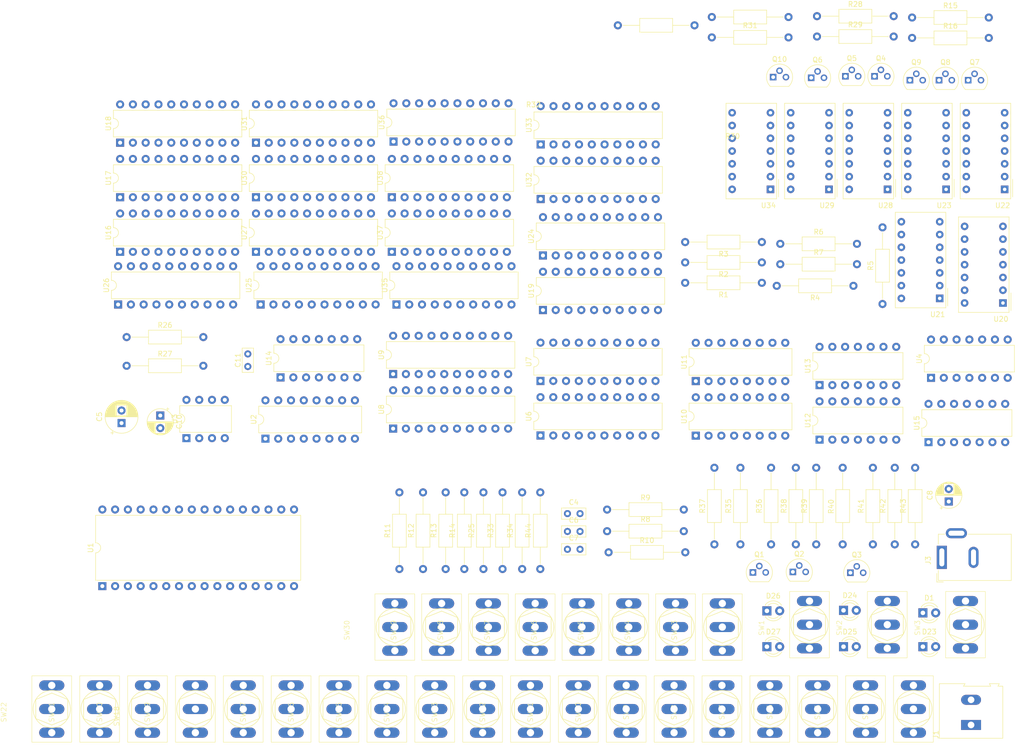
<source format=kicad_pcb>
(kicad_pcb (version 20221018) (generator pcbnew)
  (layers (0 "F.Cu" signal) (31 "B.Cu" signal) (34 "B.Paste" user) (35 "F.Paste" user) (36 "B.SilkS" user "B.Silkscreen") (37 "F.SilkS" user "F.Silkscreen") (38 "B.Mask" user) (39 "F.Mask" user) (44 "Edge.Cuts" user))
  (net 0 "")
  (net 1 "GND")
  (net 2 "/CE")
  (net 3 "+5V")
  (net 4 "/OE")
  (net 5 "/WE")
  (net 6 "Net-(U3-THR)")
  (net 7 "Net-(U3-CV)")
  (net 8 "Net-(D1-A)")
  (net 9 "Net-(D23-A)")
  (net 10 "Net-(D24-A)")
  (net 11 "Net-(D25-A)")
  (net 12 "Net-(D26-A)")
  (net 13 "Net-(D27-A)")
  (net 15 "Net-(Q1-C)")
  (net 16 "Net-(Q1-B)")
  (net 17 "Net-(Q2-C)")
  (net 18 "Net-(Q2-B)")
  (net 19 "Net-(Q3-C)")
  (net 20 "Net-(Q3-B)")
  (net 21 "/ADDR0_A")
  (net 22 "Net-(Q4-B)")
  (net 23 "/ADDR1_A")
  (net 24 "Net-(Q5-B)")
  (net 25 "/ADDR2_A")
  (net 26 "Net-(Q6-B)")
  (net 27 "/ADDR3_A")
  (net 28 "Net-(Q7-B)")
  (net 29 "/ADDR4_A")
  (net 30 "Net-(Q8-B)")
  (net 31 "/DATA0_A")
  (net 32 "Net-(Q9-B)")
  (net 33 "/DATA1_A")
  (net 34 "Net-(Q10-B)")
  (net 35 "/R_A")
  (net 36 "/LED_A")
  (net 37 "/R_B")
  (net 38 "/LED_B")
  (net 39 "/R_C")
  (net 40 "/LED_C")
  (net 41 "/R_D")
  (net 42 "/LED_D")
  (net 43 "/R_E")
  (net 44 "/LED_E")
  (net 45 "/R_F")
  (net 46 "/LED_F")
  (net 47 "/R_G")
  (net 48 "/LED_G")
  (net 49 "/H_OE")
  (net 50 "/H_CE")
  (net 51 "/H_WE")
  (net 52 "/D0")
  (net 53 "Net-(R11-Pad2)")
  (net 54 "/D1")
  (net 55 "Net-(R12-Pad2)")
  (net 56 "/D2")
  (net 57 "Net-(R13-Pad2)")
  (net 58 "/D3")
  (net 59 "Net-(R14-Pad2)")
  (net 60 "/ADDR_NIBBLE_0")
  (net 61 "/ADDR_NIBBLE_1")
  (net 62 "/D4")
  (net 63 "Net-(R25-Pad2)")
  (net 64 "Net-(U3-DIS)")
  (net 65 "/ADDR_NIBBLE_2")
  (net 66 "/ADDR_NIBBLE_3")
  (net 67 "/ADDR_NIBBLE_4")
  (net 68 "/DATA_NIBBLE_0")
  (net 69 "/DATA_NIBBLE_1")
  (net 70 "/D5")
  (net 71 "Net-(R33-Pad2)")
  (net 72 "/D6")
  (net 73 "Net-(R34-Pad2)")
  (net 74 "/D7")
  (net 75 "Net-(R44-Pad2)")
  (net 76 "/A0")
  (net 77 "/A1")
  (net 78 "/A2")
  (net 79 "/A3")
  (net 80 "/A4")
  (net 81 "/A5")
  (net 82 "/A6")
  (net 83 "/A7")
  (net 84 "/A8")
  (net 85 "/A9")
  (net 86 "/A10")
  (net 87 "/A11")
  (net 88 "/A12")
  (net 89 "/A13")
  (net 90 "/A14")
  (net 91 "/A15")
  (net 92 "/A16")
  (net 93 "/A17")
  (net 94 "/A18")
  (net 95 "/N_CE_SCHM")
  (net 96 "/N_OE_SCHM")
  (net 97 "/N_WE_SCHM")
  (net 98 "/SEL_5")
  (net 99 "/SEL_1")
  (net 100 "/SEL_0")
  (net 101 "/SEL_2")
  (net 102 "/SEL_6")
  (net 103 "Net-(U2-Q7)")
  (net 104 "/SEL_3")
  (net 106 "/SEL_4")
  (net 109 "Net-(U2-CLK)")
  (net 110 "/IN_A")
  (net 111 "/IN_B")
  (net 112 "/IN_C")
  (net 113 "/IN_D")
  (net 119 "/HEX_4")
  (net 120 "/HEX_2")
  (net 121 "/HEX_0")
  (net 122 "/HEX_7")
  (net 124 "/HEX_5")
  (net 125 "/HEX_6")
  (net 127 "/HEX_1")
  (net 128 "/HEX_3")
  (net 129 "/HEX_C")
  (net 130 "/HEX_A")
  (net 131 "/HEX_8")
  (net 132 "/HEX_F")
  (net 134 "/HEX_D")
  (net 135 "/HEX_E")
  (net 137 "Net-(U11-D)")
  (net 138 "/HEX_9")
  (net 139 "/HEX_B")
  (net 140 "/7SEG_0")
  (net 141 "/7SEG_1")
  (net 142 "/7SEG_2")
  (net 143 "/7SEG_3")
  (net 144 "/7SEG_4")
  (net 145 "/7SEG_5")
  (net 146 "/7SEG_6")
  (net 147 "/7SEG_7")
  (net 148 "/7SEG_8")
  (net 149 "/7SEG_9")
  (net 150 "/7SEG_A")
  (net 151 "/7SEG_B")
  (net 152 "/7SEG_C")
  (net 153 "/7SEG_D")
  (net 154 "/7SEG_E")
  (net 155 "/7SEG_F")
  (footprint "Button_Switch_THT:MTS-102-A2" (layer "F.Cu") (at 112.795513 136.8 90)
    (fp_text reference "SW29")
    (fp_text value "SW_SPDT_MSM")
  )
  (footprint "Button_Switch_THT:MTS-102-A2" (layer "F.Cu") (at 216.907655 136.325 90)
    (fp_text reference "SW3")
    (fp_text value "SW_SPDT")
  )
  (footprint "Button_Switch_THT:MTS-102-A2" (layer "F.Cu") (at 187.533159 153.1 90)
    (fp_text reference "SW6")
    (fp_text value "SW_SPDT")
  )
  (footprint "Capacitor_THT:CP_Radial_D6.3mm_P2.50mm" (layer "F.Cu") (at 54.265 95.6 90)
    (fp_text reference "C5")
    (fp_text value "10uF")
  )
  (footprint "Button_Switch_THT:MTS-102-A2" (layer "F.Cu") (at 178.01969 153.1 90)
    (fp_text reference "SW7")
    (fp_text value "SW_SPDT")
  )
  (footprint "Package_TO_SOT_THT:TO-92" (layer "F.Cu") (at 191.325 26.93)
    (fp_text reference "Q6")
    (fp_text value "PNP")
  )
  (footprint "Resistor_THT:R_Axial_DIN0207_L6.3mm_D2.5mm_P15.24mm_Horizontal" (layer "F.Cu") (at 126.185 124.62 90)
    (fp_text reference "R25")
    (fp_text value "0")
  )
  (footprint "Resistor_THT:R_Axial_DIN0207_L6.3mm_D2.5mm_P15.24mm_Horizontal" (layer "F.Cu") (at 118.685 124.62 90)
    (fp_text reference "R13")
    (fp_text value "0")
  )
  (footprint "Package_DIP:DIP-20_W7.62mm" (layer "F.Cu") (at 137.525 87.22 90)
    (fp_text reference "U7")
    (fp_text value "74AHCT244")
  )
  (footprint "LED_THT:LED_D3.0mm_Clear" (layer "F.Cu") (at 213.522655 133.34)
    (fp_text reference "D1")
    (fp_text value "LED")
  )
  (footprint "Resistor_THT:R_Axial_DIN0207_L6.3mm_D2.5mm_P15.24mm_Horizontal" (layer "F.Cu") (at 171.58 18.9)
    (fp_text reference "R31")
    (fp_text value "360")
  )
  (footprint "Package_TO_SOT_THT:TO-92" (layer "F.Cu") (at 216.735 27.41)
    (fp_text reference "Q8")
    (fp_text value "PNP")
  )
  (footprint "Button_Switch_THT:MTS-102-A2" (layer "F.Cu") (at 122.09337 136.8 90)
    (fp_text reference "SW28")
    (fp_text value "SW_SPDT_MSM")
  )
  (footprint "Package_DIP:DIP-14_W7.62mm" (layer "F.Cu") (at 192.985 88.05 90)
    (fp_text reference "U13")
    (fp_text value "74AHC04")
  )
  (footprint "Resistor_THT:R_Axial_DIN0207_L6.3mm_D2.5mm_P15.24mm_Horizontal" (layer "F.Cu") (at 171.58 14.85)
    (fp_text reference "R30")
    (fp_text value "360")
  )
  (footprint "Resistor_THT:R_Axial_DIN0207_L6.3mm_D2.5mm_P15.24mm_Horizontal" (layer "F.Cu") (at 197.585 119.72 90)
    (fp_text reference "R40")
    (fp_text value "270")
  )
  (footprint "Resistor_THT:R_Axial_DIN0207_L6.3mm_D2.5mm_P15.24mm_Horizontal" (layer "F.Cu") (at 150.765 117.1)
    (fp_text reference "R8")
    (fp_text value "5.6k")
  )
  (footprint "Button_Switch_THT:MTS-102-A2" (layer "F.Cu") (at 149.479283 153.1 90)
    (fp_text reference "SW10")
    (fp_text value "SW_SPDT")
  )
  (footprint "Resistor_THT:R_Axial_DIN0207_L6.3mm_D2.5mm_P15.24mm_Horizontal" (layer "F.Cu") (at 55.28 84.2)
    (fp_text reference "R27")
    (fp_text value "5.1k")
  )
  (footprint "Package_DIP:DIP-20_W7.62mm" (layer "F.Cu") (at 107.985 61.54 90)
    (fp_text reference "U37")
    (fp_text value "74LS245")
  )
  (footprint "Button_Switch_THT:MTS-102-A2" (layer "F.Cu") (at 158.992752 153.1 90)
    (fp_text reference "SW9")
    (fp_text value "SW_SPDT")
  )
  (footprint "LED_THT:LED_D3.0mm_Clear" (layer "F.Cu") (at 197.747655 140.065)
    (fp_text reference "D25")
    (fp_text value "LED")
  )
  (footprint "Package_DIP:DIP-20_W7.62mm" (layer "F.Cu") (at 80.985 50.69 90)
    (fp_text reference "U30")
    (fp_text value "74LS245")
  )
  (footprint "TerminalBlock:TerminalBlock_Altech_AK300-2_P5.00mm" (layer "F.Cu") (at 223.097655 155.63 90)
    (fp_text reference "J1")
    (fp_text value "Screw_Terminal_01x02")
  )
  (footprint "Package_DIP:DIP-32_W15.24mm" (layer "F.Cu") (at 50.45 128.025 90)
    (fp_text reference "U1")
    (fp_text value "SST39SF040")
  )
  (footprint "Capacitor_THT:C_Rect_L4.6mm_W2.0mm_P2.50mm_MKS02_FKP02" (layer "F.Cu") (at 142.885 120.7)
    (fp_text reference "C7")
    (fp_text value "0.1uF")
  )
  (footprint "Button_Switch_THT:MTS-102-A2" (layer "F.Cu") (at 101.911938 153.1 90)
    (fp_text reference "SW15")
    (fp_text value "SW_SPDT")
  )
  (footprint "Button_Switch_THT:MTS-102-A2" (layer "F.Cu") (at 130.452345 153.1 90)
    (fp_text reference "SW12")
    (fp_text value "SW_SPDT")
  )
  (footprint "Package_DIP:DIP-20_W7.62mm" (layer "F.Cu") (at 53.985 61.54 90)
    (fp_text reference "U16")
    (fp_text value "74LS245")
  )
  (footprint "Package_DIP:DIP-20_W7.62mm" (layer "F.Cu") (at 108.24 96.7 90)
    (fp_text reference "U8")
    (fp_text value "74AHCT244")
  )
  (footprint "Package_TO_SOT_THT:TO-92" (layer "F.Cu") (at 179.745 125.3)
    (fp_text reference "Q1")
    (fp_text value "PNP")
  )
  (footprint "Resistor_THT:R_Axial_DIN0207_L6.3mm_D2.5mm_P15.24mm_Horizontal" (layer "F.Cu") (at 152.9 16.5)
    (fp_text reference "R32")
    (fp_text value "360")
  )
  (footprint "Capacitor_THT:CP_Radial_D5.0mm_P2.50mm" (layer "F.Cu") (at 61.965 94.094888 -90)
    (fp_text reference "C10")
    (fp_text value "0.22uF")
  )
  (footprint "Package_TO_SOT_THT:TO-92" (layer "F.Cu") (at 198.125 26.63)
    (fp_text reference "Q5")
    (fp_text value "PNP")
  )
  (footprint "Package_DIP:DIP-20_W7.62mm" (layer "F.Cu") (at 108.24 85.85 90)
    (fp_text reference "U9")
    (fp_text value "74AHCT244")
  )
  (footprint "Button_Switch_THT:MTS-102-A2" (layer "F.Cu") (at 35.317655 153.1 90)
    (fp_text reference "SW22")
    (fp_text value "SW_SPDT")
  )
  (footprint "Package_DIP:DIP-20_W7.62mm" (layer "F.Cu") (at 107.985 50.69 90)
    (fp_text reference "U38")
    (fp_text value "74LS245")
  )
  (footprint "Resistor_THT:R_Axial_DIN0207_L6.3mm_D2.5mm_P15.24mm_Horizontal" (layer "F.Cu") (at 211.38 19)
    (fp_text reference "R16")
    (fp_text value "360")
  )
  (footprint "Resistor_THT:R_Axial_DIN0207_L6.3mm_D2.5mm_P15.24mm_Horizontal" (layer "F.Cu") (at 211.38 14.95)
    (fp_text reference "R15")
    (fp_text value "360")
  )
  (footprint "Button_Switch_THT:MTS-102-A2" (layer "F.Cu") (at 120.938876 153.1 90)
    (fp_text reference "SW13")
    (fp_text value "SW_SPDT")
  )
  (footprint "Package_DIP:DIP-8_W7.62mm" (layer "F.Cu") (at 67.165 98.6 90)
    (fp_text reference "U3")
    (fp_text value "NE555P")
  )
  (footprint "Package_TO_SOT_THT:TO-92" (layer "F.Cu") (at 222.525 27.41)
    (fp_text reference "Q7")
    (fp_text value "PNP")
  )
  (footprint "Resistor_THT:R_Axial_DIN0207_L6.3mm_D2.5mm_P15.24mm_Horizontal" (layer "F.Cu") (at 114.185 124.62 90)
    (fp_text reference "R12")
    (fp_text value "0")
  )
  (footprint "Capacitor_THT:C_Rect_L4.6mm_W2.0mm_P2.50mm_MKS02_FKP02" (layer "F.Cu") (at 79.365 84.35 90)
    (fp_text reference "C11")
    (fp_text value "0.01uF")
  )
  (footprint "Package_DIP:DIP-20_W7.62mm" (layer "F.Cu") (at 138.02 73.12 90)
    (fp_text reference "U19")
    (fp_text value "74LS245")
  )
  (footprint "Resistor_THT:R_Axial_DIN0207_L6.3mm_D2.5mm_P15.24mm_Horizontal" (layer "F.Cu") (at 129.985 124.62 90)
    (fp_text reference "R33")
    (fp_text value "0")
  )
  (footprint "Resistor_THT:R_Axial_DIN0207_L6.3mm_D2.5mm_P15.24mm_Horizontal" (layer "F.Cu") (at 205.5 71.92 90)
    (fp_text reference "R5")
    (fp_text value "270")
  )
  (footprint "Package_DIP:DIP-20_W7.62mm" (layer "F.Cu") (at 137.525 98.07 90)
    (fp_text reference "U6")
    (fp_text value "74AHCT244")
  )
  (footprint "Package_DIP:DIP-20_W7.62mm" (layer "F.Cu") (at 53.985 39.84 90)
    (fp_text reference "U18")
    (fp_text value "74LS245")
  )
  (footprint "Package_DIP:DIP-14_W7.62mm" (layer "F.Cu") (at 215.14 86.6 90)
    (fp_text reference "U4")
    (fp_text value "74AHC04")
  )
  (footprint "Button_Switch_THT:MTS-102-A2" (layer "F.Cu") (at 149.986941 136.8 90)
    (fp_text reference "SW25")
    (fp_text value "SW_SPDT_MSM")
  )
  (footprint "Package_DIP:DIP-20_W7.62mm" (layer "F.Cu") (at 138.02 62.27 90)
    (fp_text reference "U24")
    (fp_text value "74LS245")
  )
  (footprint "Resistor_THT:R_Axial_DIN0207_L6.3mm_D2.5mm_P15.24mm_Horizontal" (layer "F.Cu") (at 183.355 119.72 90)
    (fp_text reference "R36")
    (fp_text value "270")
  )
  (footprint "Resistor_THT:R_Axial_DIN0207_L6.3mm_D2.5mm_P15.24mm_Horizontal" (layer "F.Cu") (at 177.255 119.72 90)
    (fp_text reference "R35")
    (fp_text value "3.3k")
  )
  (footprint "Button_Switch_THT:MTS-102-A2" (layer "F.Cu") (at 201.367655 136.325 90)
    (fp_text reference "SW2")
    (fp_text value "SW_SPDT")
  )
  (footprint "Button_Switch_THT:MTS-102-A2" (layer "F.Cu") (at 82.885 153.1 90)
    (fp_text reference "SW17")
    (fp_text value "SW_SPDT")
  )
  (footprint "Button_Switch_THT:MTS-102-A2" (layer "F.Cu") (at 103.497656 136.8 90)
    (fp_text reference "SW30")
    (fp_text value "SW_SPDT_MSM")
  )
  (footprint "Package_DIP:DIP-20_W7.62mm" (layer "F.Cu") (at 80.985 61.54 90)
    (fp_text reference "U27")
    (fp_text value "74LS245")
  )
  (footprint "Resistor_THT:R_Axial_DIN0207_L6.3mm_D2.5mm_P15.24mm_Horizontal" (layer "F.Cu") (at 203.585 119.72 90)
    (fp_text reference "R41")
    (fp_text value "270")
  )
  (footprint "Package_DIP:DIP-14_W7.62mm" (layer "F.Cu") (at 214.64 99.4 90)
    (fp_text reference "U15")
    (fp_text value "4584")
  )
  (footprint "Display_7Segment:MAN72A" (layer "F.Cu") (at 218.1375 49.12 180)
    (fp_text reference "U23")
    (fp_text value "MAN72A")
  )
  (footprint "Resistor_THT:R_Axial_DIN0207_L6.3mm_D2.5mm_P15.24mm_Horizontal" (layer "F.Cu") (at 122.385 124.62 90)
    (fp_text reference "R14")
    (fp_text value "0")
  )
  (footprint "LED_THT:LED_D3.0mm_Clear" (layer "F.Cu") (at 182.522655 140.065)
    (fp_text reference "D27")
    (fp_text value "LED")
  )
  (footprint "Resistor_THT:R_Axial_DIN0207_L6.3mm_D2.5mm_P15.24mm_Horizontal" (layer "F.Cu") (at 207.935 119.72 90)
    (fp_text reference "R42")
    (fp_text value "3.3k")
  )
  (footprint "Package_TO_SOT_THT:TO-92" (layer "F.Cu") (at 183.765 26.8)
    (fp_text reference "Q10")
    (fp_text value "PNP")
  )
  (footprint "LED_THT:LED_D3.0mm_Clear" (layer "F.Cu") (at 182.522655 132.94)
    (fp_text reference "D26")
    (fp_text value "LED")
  )
  (footprint "Resistor_THT:R_Axial_DIN0207_L6.3mm_D2.5mm_P15.24mm_Horizontal" (layer "F.Cu") (at 185.18 64)
    (fp_text reference "R7")
    (fp_text value "270")
  )
  (footprint "Connector_BarrelJack:BarrelJack_GCT_DCJ200-10-A_Horizontal" (layer "F.Cu") (at 217.285 122.3 90)
    (fp_text reference "J3")
    (fp_text value "Barrel_Jack_Switch")
  )
  (footprint "Button_Switch_THT:MTS-102-A2" (layer "F.Cu") (at 139.965814 153.1 90)
    (fp_text reference "SW11")
    (fp_text value "SW_SPDT")
  )
  (footprint "Package_DIP:DIP-16_W7.62mm" (layer "F.Cu") (at 82.865 98.7 90)
    (fp_text reference "U2")
    (fp_text value "4017")
  )
  (footprint "Package_DIP:DIP-16_W7.62mm" (layer "F.Cu") (at 168.39 87.25 90)
    (fp_text reference "U11")
    (fp_text value "4028")
  )
  (footprint "Package_DIP:DIP-14_W7.62mm" (layer "F.Cu") (at 192.985 98.9 90)
    (fp_text reference "U12")
    (fp_text value "74AHC04")
  )
  (footprint "Button_Switch_THT:MTS-102-A2" (layer "F.Cu") (at 197.046628 153.1 90)
    (fp_text reference "SW5")
    (fp_text value "SW_SPDT")
  )
  (footprint "Package_DIP:DIP-20_W7.62mm" (layer "F.Cu") (at 137.565 51.04 90)
    (fp_text reference "U32")
    (fp_text value "74LS245")
  )
  (footprint "Package_DIP:DIP-16_W7.62mm" (layer "F.Cu") (at 168.39 98.1 90)
    (fp_text reference "U10")
    (fp_text value "4028")
  )
  (footprint "Package_DIP:DIP-20_W7.62mm" (layer "F.Cu") (at 108.905 72.02 90)
    (fp_text reference "U35")
    (fp_text value "74LS245")
  )
  (footprint "Button_Switch_THT:MTS-102-A2" (layer "F.Cu") (at 92.398469 153.1 90)
    (fp_text reference "SW16")
    (fp_text value "SW_SPDT")
  )
  (footprint "Resistor_THT:R_Axial_DIN0207_L6.3mm_D2.5mm_P15.24mm_Horizontal" (layer "F.Cu") (at 188.275 119.72 90)
    (fp_text reference "R38")
    (fp_text value "270")
  )
  (footprint "Button_Switch_THT:MTS-102-A2" (layer "F.Cu") (at 140.689084 136.8 90)
    (fp_text reference "SW26")
    (fp_text value "SW_SPDT_MSM")
  )
  (footprint "Package_DIP:DIP-20_W7.62mm" (layer "F.Cu") (at 108.32 39.62 90)
    (fp_text reference "U36")
    (fp_text value "74LS245")
  )
  (footprint "Package_TO_SOT_THT:TO-92" (layer "F.Cu") (at 203.915 26.63)
    (fp_text reference "Q4")
    (fp_text value "PNP")
  )
  (footprint "Button_Switch_THT:MTS-102-A2" (layer "F.Cu") (at 168.582655 136.8 90)
    (fp_text reference "SW23")
    (fp_text value "SW_SPDT_MSM")
  )
  (footprint "Resistor_THT:R_Axial_DIN0207_L6.3mm_D2.5mm_P15.24mm_Horizontal" (layer "F.Cu") (at 199.72 68.3 180)
    (fp_text reference "R4")
    (fp_text value "270")
  )
  (footprint "Resistor_THT:R_Axial_DIN0207_L6.3mm_D2.5mm_P15.24mm_Horizontal" (layer "F.Cu") (at 55.28 78.5)
    (fp_text reference "R26")
    (fp_text value "5.1k")
  )
  (footprint "Button_Switch_THT:MTS-102-A2" (layer "F.Cu") (at 111.425407 153.1 90)
    (fp_text reference "SW14")
    (fp_text value "SW_SPDT")
  )
  (footprint "Button_Switch_THT:MTS-102-A2" (layer "F.Cu") (at 159.284798 136.8 90)
    (fp_text reference "SW24")
    (fp_text value "SW_SPDT_MSM")
  )
  (footprint "Resistor_THT:R_Axial_DIN0207_L6.3mm_D2.5mm_P15.24mm_Horizontal" (layer "F.Cu") (at 192.48 18.73)
    (fp_text reference "R29")
    (fp_text value "360")
  )
  (footprint "Package_DIP:DIP-20_W7.62mm" (layer "F.Cu") (at 137.565 40.19 90)
    (fp_text reference "U33")
    (fp_text value "74LS245")
  )
  (footprint "Capacitor_THT:C_Rect_L4.6mm_W2.0mm_P2.50mm_MKS02_FKP02" (layer "F.Cu") (at 142.885 117.15)
    (fp_text reference "C6")
    (fp_text value "0.1uF")
  )
  (footprint "Resistor_THT:R_Axial_DIN0207_L6.3mm_D2.5mm_P15.24mm_Horizontal" (layer "F.Cu") (at 211.985 119.72 90)
    (fp_text reference "R43")
    (fp_text value "270")
  )
  (footprint "Package_TO_SOT_THT:TO-92" (layer "F.Cu") (at 199.115 125.36)
    (fp_text reference "Q3")
    (fp_text value "PNP")
  )
  (footprint "Capacitor_THT:C_Rect_L4.6mm_W2.0mm_P2.50mm_MKS02_FKP02" (layer "F.Cu") (at 142.885 113.6)
    (fp_text reference "C4")
    (fp_text value "0.1uF")
  )
  (footprint "Capacitor_THT:CP_Radial_D5.0mm_P2.50mm" (layer "F.Cu") (at 218.665 111.2 90)
    (fp_text reference "C8")
    (fp_text value "10uF")
  )
  (footprint "Package_TO_SOT_THT:TO-92" (layer "F.Cu") (at 210.945 27.41)
    (fp_text reference "Q9")
    (fp_text value "PNP")
  )
  (footprint "LED_THT:LED_D3.0mm_Clear" (layer "F.Cu") (at 213.522655 140.065)
    (fp_text reference "D23")
    (fp_text value "LED")
  )
  (footprint "Resistor_THT:R_Axial_DIN0207_L6.3mm_D2.5mm_P15.24mm_Horizontal" (layer "F.Cu") (at 181.52 67.7 180)
    (fp_text reference "R1")
    (fp_text value "270")
  )
  (footprint "Package_DIP:DIP-20_W7.62mm" (layer "F.Cu") (at 53.585 72.02 90)
    (fp_text reference "U26")
    (fp_text value "74LS245")
  )
  (footprint "Button_Switch_THT:MTS-102-A2" (layer "F.Cu") (at 54.344593 153.1 90)
    (fp_text reference "SW20")
    (fp_text value "SW_SPDT")
  )
  (footprint "Resistor_THT:R_Axial_DIN0207_L6.3mm_D2.5mm_P15.24mm_Horizontal" (layer "F.Cu") (at 181.52 63.65 180)
    (fp_text reference "R2")
    (fp_text value "270")
  )
  (footprint "Resistor_THT:R_Axial_DIN0207_L6.3mm_D2.5mm_P15.24mm_Horizontal" (layer "F.Cu") (at 133.885 124.62 90)
    (fp_text reference "R34")
    (fp_text value "0")
  )
  (footprint "LED_THT:LED_D3.0mm_Clear" (layer "F.Cu") (at 197.747655 132.84)
    (fp_text reference "D24")
    (fp_text value "LED")
  )
  (footprint "Package_DIP:DIP-20_W7.62mm" (layer "F.Cu") (at 53.985 50.69 90)
    (fp_text reference "U17")
    (fp_text value "74LS245")
  )
  (footprint "Resistor_THT:R_Axial_DIN0207_L6.3mm_D2.5mm_P15.24mm_Horizontal" (layer "F.Cu") (at 150.765 112.8)
    (fp_text reference "R9")
    (fp_text value "5.6k")
  )
  (footprint "Resistor_THT:R_Axial_DIN0207_L6.3mm_D2.5mm_P15.24mm_Horizontal" (layer "F.Cu") (at 192.325 119.72 90)
    (fp_text reference "R39")
    (fp_text value "3.3k")
  )
  (footprint "Resistor_THT:R_Axial_DIN0207_L6.3mm_D2.5mm_P15.24mm_Horizontal" (layer "F.Cu") (at 185.18 59.95)
    (fp_text reference "R6")
    (fp_text value "270")
  )
  (footprint "Package_DIP:DIP-20_W7.62mm" (layer "F.Cu") (at 80.985 39.84 90)
    (fp_text reference "U31")
    (fp_text value "74LS245")
  )
  (footprint "Button_Switch_THT:MTS-102-A2" (layer "F.Cu") (at 206.560111 153.1 90)
    (fp_text reference "SW4")
    (fp_text value "SW_SPDT")
  )
  (footprint "Display_7Segment:MAN72A" (layer "F.Cu") (at 183.2325 49.12 180)
    (fp_text reference "U34")
    (fp_text value "MAN72A")
  )
  (footprint "Button_Switch_THT:MTS-102-A2" (layer "F.Cu") (at 131.391227 136.8 90)
    (fp_text reference "SW27")
    (fp_text value "SW_SPDT_MSM")
  )
  (footprint "Button_Switch_THT:MTS-102-A2" (layer "F.Cu") (at 44.831124 153.1 90)
    (fp_text reference "SW21")
    (fp_text value "SW_SPDT")
  )
  (footprint "Display_7Segment:MAN72A" (layer "F.Cu") (at 216.865 70.8 180)
    (fp_text reference "U21")
    (fp_text value "MAN72A")
  )
  (footprint "Package_DIP:DIP-20_W7.62mm" (layer "F.Cu") (at 81.905 72.02 90)
    (fp_text reference "U25")
    (fp_text value "74LS245")
  )
  (footprint "Button_Switch_THT:MTS-102-A2" (layer "F.Cu") (at 73.371531 153.1 90)
    (fp_text reference "SW18")
    (fp_text value "SW_SPDT")
  )
  (footprint "Button_Switch_THT:MTS-102-A2" (layer "F.Cu") (at 168.506221 153.1 90)
    (fp_text reference "SW8")
    (fp_text value "SW_SPDT")
  )
  (footprint "Resistor_THT:R_Axial_DIN0207_L6.3mm_D2.5mm_P15.24mm_Horizontal" (layer "F.Cu") (at 181.52 59.6 180)
    (fp_text reference "R3")
    (fp_text value "270")
  )
  (footprint "Display_7Segment:MAN72A" (layer "F.Cu") (at 229.4325 71.72 180)
    (fp_text reference "U20")
    (fp_text value "MAN72A")
  )
  (footprint "Resistor_THT:R_Axial_DIN0207_L6.3mm_D2.5mm_P15.24mm_Horizontal" (layer "F.Cu") (at 151.065 121.3)
    (fp_text reference "R10")
    (fp_text value "5.6k")
  )
  (footprint "Package_DIP:DIP-14_W7.62mm" (layer "F.Cu") (at 85.865 86.52 90)
    (fp_text reference "U14")
    (fp_text value "74AHC04")
  )
  (footprint "Package_TO_SOT_THT:TO-92" (layer "F.Cu") (at 187.685 125.2)
    (fp_text reference "Q2")
    (fp_text value "PNP")
  )
  (footprint "Display_7Segment:MAN72A" (layer "F.Cu") (at 229.7725 49.12 180)
    (fp_text reference "U22")
    (fp_text value "MAN72A")
  )
  (footprint "Resistor_THT:R_Axial_DIN0207_L6.3mm_D2.5mm_P15.24mm_Horizontal" (layer "F.Cu") (at 109.485 124.62 90)
    (fp_text reference "R11")
    (fp_text value "0")
  )
  (footprint "Resistor_THT:R_Axial_DIN0207_L6.3mm_D2.5mm_P15.24mm_Horizontal" (layer "F.Cu") (at 192.48 14.68)
    (fp_text reference "R28")
    (fp_text value "360")
  )
  (footprint "Button_Switch_THT:MTS-102-A2" (layer "F.Cu") (at 63.858062 153.1 90)
    (fp_text reference "SW19")
    (fp_text value "SW_SPDT")
  )
  (footprint "Display_7Segment:MAN72A" (layer "F.Cu") (at 194.8675 49.12 180)
    (fp_text reference "U29")
    (fp_text value "MAN72A")
  )
  (footprint "Resistor_THT:R_Axial_DIN0207_L6.3mm_D2.5mm_P15.24mm_Horizontal" (layer "F.Cu") (at 172.085 119.72 90)
    (fp_text reference "R37")
    (fp_text value "270")
  )
  (footprint "Display_7Segment:MAN72A" (layer "F.Cu") (at 206.5025 49.12 180)
    (fp_text reference "U28")
    (fp_text value "MAN72A")
  )
  (footprint "Button_Switch_THT:MTS-102-A2" (layer "F.Cu") (at 185.907655 136.325 90)
    (fp_text reference "SW1")
    (fp_text value "SW_SPDT")
  )
  (footprint "Resistor_THT:R_Axial_DIN0207_L6.3mm_D2.5mm_P15.24mm_Horizontal" (layer "F.Cu") (at 137.485 124.62 90)
    (fp_text reference "R44")
    (fp_text value "0")
  )
)
</source>
